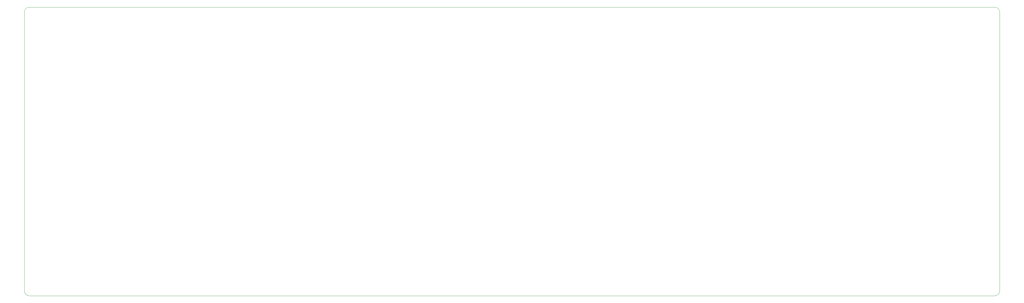
<source format=gm1>
G04 #@! TF.GenerationSoftware,KiCad,Pcbnew,(5.1.4)-1*
G04 #@! TF.CreationDate,2021-12-20T20:52:28+07:00*
G04 #@! TF.ProjectId,Eihi5x13,45696869-3578-4313-932e-6b696361645f,rev?*
G04 #@! TF.SameCoordinates,Original*
G04 #@! TF.FileFunction,Profile,NP*
%FSLAX46Y46*%
G04 Gerber Fmt 4.6, Leading zero omitted, Abs format (unit mm)*
G04 Created by KiCad (PCBNEW (5.1.4)-1) date 2021-12-20 20:52:28*
%MOMM*%
%LPD*%
G04 APERTURE LIST*
%ADD10C,0.050000*%
G04 APERTURE END LIST*
D10*
X17462500Y-53975000D02*
G75*
G02X19050000Y-52387500I1587500J0D01*
G01*
X19050000Y-150812500D02*
G75*
G02X17462500Y-149225000I0J1587500D01*
G01*
X349250000Y-149225000D02*
G75*
G02X347662500Y-150812500I-1587500J0D01*
G01*
X347662500Y-52387500D02*
G75*
G02X349250000Y-53975000I0J-1587500D01*
G01*
X349250000Y-149225000D02*
X349250000Y-53975000D01*
X19050000Y-150812500D02*
X347662500Y-150812500D01*
X17462500Y-53975000D02*
X17462500Y-149225000D01*
X347662500Y-52387500D02*
X19050000Y-52387500D01*
M02*

</source>
